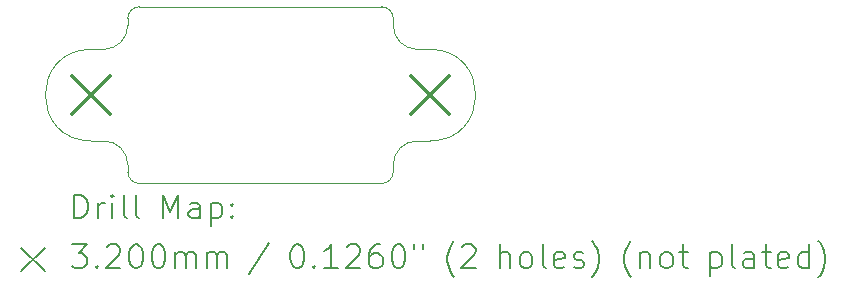
<source format=gbr>
%TF.GenerationSoftware,KiCad,Pcbnew,(7.0.0)*%
%TF.CreationDate,2023-03-10T21:17:03+00:00*%
%TF.ProjectId,12v_servo_driver,3132765f-7365-4727-966f-5f6472697665,A*%
%TF.SameCoordinates,Original*%
%TF.FileFunction,Drillmap*%
%TF.FilePolarity,Positive*%
%FSLAX45Y45*%
G04 Gerber Fmt 4.5, Leading zero omitted, Abs format (unit mm)*
G04 Created by KiCad (PCBNEW (7.0.0)) date 2023-03-10 21:17:03*
%MOMM*%
%LPD*%
G01*
G04 APERTURE LIST*
%ADD10C,0.050000*%
%ADD11C,0.200000*%
%ADD12C,0.320000*%
G04 APERTURE END LIST*
D10*
X14215110Y-10364470D02*
G75*
G03*
X14116050Y-10463530I0J-99060D01*
G01*
X14260830Y-10364470D02*
X14215110Y-10364470D01*
X16363950Y-10463530D02*
G75*
G03*
X16264890Y-10364470I-99060J0D01*
G01*
X16219170Y-11860530D02*
X16264890Y-11860530D01*
X16264890Y-11860530D02*
G75*
G03*
X16363950Y-11761470I0J99060D01*
G01*
X14116050Y-11761470D02*
G75*
G03*
X14215110Y-11860530I99060J0D01*
G01*
X14215110Y-11860530D02*
X16219170Y-11860530D01*
X16675100Y-11499850D02*
G75*
G03*
X16675100Y-10725150I0J387350D01*
G01*
X16363950Y-10521950D02*
G75*
G03*
X16567150Y-10725150I203200J0D01*
G01*
X13912850Y-10725150D02*
G75*
G03*
X14116050Y-10521950I0J203200D01*
G01*
X14116050Y-11703050D02*
G75*
G03*
X13912850Y-11499850I-203200J0D01*
G01*
X13912850Y-11499850D02*
X13804900Y-11499850D01*
X13912850Y-10725150D02*
X13804900Y-10725150D01*
X16675100Y-10725150D02*
X16567150Y-10725150D01*
X16567150Y-11499850D02*
X16675100Y-11499850D01*
X16363950Y-11761470D02*
X16363950Y-11703050D01*
X14116050Y-11761470D02*
X14116050Y-11703050D01*
X14116050Y-10521950D02*
X14116050Y-10463530D01*
X16264890Y-10364470D02*
X14260830Y-10364470D01*
X16363950Y-10463530D02*
X16363950Y-10521950D01*
X16567150Y-11499850D02*
G75*
G03*
X16363950Y-11703050I0J-203200D01*
G01*
X13804900Y-10725150D02*
G75*
G03*
X13804900Y-11499850I0J-387350D01*
G01*
D11*
D12*
X13644900Y-10952500D02*
X13964900Y-11272500D01*
X13964900Y-10952500D02*
X13644900Y-11272500D01*
X16515100Y-10952500D02*
X16835100Y-11272500D01*
X16835100Y-10952500D02*
X16515100Y-11272500D01*
D11*
X13662669Y-12156506D02*
X13662669Y-11956506D01*
X13662669Y-11956506D02*
X13710288Y-11956506D01*
X13710288Y-11956506D02*
X13738859Y-11966030D01*
X13738859Y-11966030D02*
X13757907Y-11985078D01*
X13757907Y-11985078D02*
X13767431Y-12004125D01*
X13767431Y-12004125D02*
X13776955Y-12042220D01*
X13776955Y-12042220D02*
X13776955Y-12070792D01*
X13776955Y-12070792D02*
X13767431Y-12108887D01*
X13767431Y-12108887D02*
X13757907Y-12127935D01*
X13757907Y-12127935D02*
X13738859Y-12146982D01*
X13738859Y-12146982D02*
X13710288Y-12156506D01*
X13710288Y-12156506D02*
X13662669Y-12156506D01*
X13862669Y-12156506D02*
X13862669Y-12023173D01*
X13862669Y-12061268D02*
X13872193Y-12042220D01*
X13872193Y-12042220D02*
X13881717Y-12032697D01*
X13881717Y-12032697D02*
X13900764Y-12023173D01*
X13900764Y-12023173D02*
X13919812Y-12023173D01*
X13986478Y-12156506D02*
X13986478Y-12023173D01*
X13986478Y-11956506D02*
X13976955Y-11966030D01*
X13976955Y-11966030D02*
X13986478Y-11975554D01*
X13986478Y-11975554D02*
X13996002Y-11966030D01*
X13996002Y-11966030D02*
X13986478Y-11956506D01*
X13986478Y-11956506D02*
X13986478Y-11975554D01*
X14110288Y-12156506D02*
X14091240Y-12146982D01*
X14091240Y-12146982D02*
X14081717Y-12127935D01*
X14081717Y-12127935D02*
X14081717Y-11956506D01*
X14215050Y-12156506D02*
X14196002Y-12146982D01*
X14196002Y-12146982D02*
X14186478Y-12127935D01*
X14186478Y-12127935D02*
X14186478Y-11956506D01*
X14411240Y-12156506D02*
X14411240Y-11956506D01*
X14411240Y-11956506D02*
X14477907Y-12099363D01*
X14477907Y-12099363D02*
X14544574Y-11956506D01*
X14544574Y-11956506D02*
X14544574Y-12156506D01*
X14725526Y-12156506D02*
X14725526Y-12051744D01*
X14725526Y-12051744D02*
X14716002Y-12032697D01*
X14716002Y-12032697D02*
X14696955Y-12023173D01*
X14696955Y-12023173D02*
X14658859Y-12023173D01*
X14658859Y-12023173D02*
X14639812Y-12032697D01*
X14725526Y-12146982D02*
X14706478Y-12156506D01*
X14706478Y-12156506D02*
X14658859Y-12156506D01*
X14658859Y-12156506D02*
X14639812Y-12146982D01*
X14639812Y-12146982D02*
X14630288Y-12127935D01*
X14630288Y-12127935D02*
X14630288Y-12108887D01*
X14630288Y-12108887D02*
X14639812Y-12089839D01*
X14639812Y-12089839D02*
X14658859Y-12080316D01*
X14658859Y-12080316D02*
X14706478Y-12080316D01*
X14706478Y-12080316D02*
X14725526Y-12070792D01*
X14820764Y-12023173D02*
X14820764Y-12223173D01*
X14820764Y-12032697D02*
X14839812Y-12023173D01*
X14839812Y-12023173D02*
X14877907Y-12023173D01*
X14877907Y-12023173D02*
X14896955Y-12032697D01*
X14896955Y-12032697D02*
X14906478Y-12042220D01*
X14906478Y-12042220D02*
X14916002Y-12061268D01*
X14916002Y-12061268D02*
X14916002Y-12118411D01*
X14916002Y-12118411D02*
X14906478Y-12137458D01*
X14906478Y-12137458D02*
X14896955Y-12146982D01*
X14896955Y-12146982D02*
X14877907Y-12156506D01*
X14877907Y-12156506D02*
X14839812Y-12156506D01*
X14839812Y-12156506D02*
X14820764Y-12146982D01*
X15001717Y-12137458D02*
X15011240Y-12146982D01*
X15011240Y-12146982D02*
X15001717Y-12156506D01*
X15001717Y-12156506D02*
X14992193Y-12146982D01*
X14992193Y-12146982D02*
X15001717Y-12137458D01*
X15001717Y-12137458D02*
X15001717Y-12156506D01*
X15001717Y-12032697D02*
X15011240Y-12042220D01*
X15011240Y-12042220D02*
X15001717Y-12051744D01*
X15001717Y-12051744D02*
X14992193Y-12042220D01*
X14992193Y-12042220D02*
X15001717Y-12032697D01*
X15001717Y-12032697D02*
X15001717Y-12051744D01*
X13215050Y-12403030D02*
X13415050Y-12603030D01*
X13415050Y-12403030D02*
X13215050Y-12603030D01*
X13643621Y-12376506D02*
X13767431Y-12376506D01*
X13767431Y-12376506D02*
X13700764Y-12452697D01*
X13700764Y-12452697D02*
X13729336Y-12452697D01*
X13729336Y-12452697D02*
X13748383Y-12462220D01*
X13748383Y-12462220D02*
X13757907Y-12471744D01*
X13757907Y-12471744D02*
X13767431Y-12490792D01*
X13767431Y-12490792D02*
X13767431Y-12538411D01*
X13767431Y-12538411D02*
X13757907Y-12557458D01*
X13757907Y-12557458D02*
X13748383Y-12566982D01*
X13748383Y-12566982D02*
X13729336Y-12576506D01*
X13729336Y-12576506D02*
X13672193Y-12576506D01*
X13672193Y-12576506D02*
X13653145Y-12566982D01*
X13653145Y-12566982D02*
X13643621Y-12557458D01*
X13853145Y-12557458D02*
X13862669Y-12566982D01*
X13862669Y-12566982D02*
X13853145Y-12576506D01*
X13853145Y-12576506D02*
X13843621Y-12566982D01*
X13843621Y-12566982D02*
X13853145Y-12557458D01*
X13853145Y-12557458D02*
X13853145Y-12576506D01*
X13938859Y-12395554D02*
X13948383Y-12386030D01*
X13948383Y-12386030D02*
X13967431Y-12376506D01*
X13967431Y-12376506D02*
X14015050Y-12376506D01*
X14015050Y-12376506D02*
X14034098Y-12386030D01*
X14034098Y-12386030D02*
X14043621Y-12395554D01*
X14043621Y-12395554D02*
X14053145Y-12414601D01*
X14053145Y-12414601D02*
X14053145Y-12433649D01*
X14053145Y-12433649D02*
X14043621Y-12462220D01*
X14043621Y-12462220D02*
X13929336Y-12576506D01*
X13929336Y-12576506D02*
X14053145Y-12576506D01*
X14176955Y-12376506D02*
X14196002Y-12376506D01*
X14196002Y-12376506D02*
X14215050Y-12386030D01*
X14215050Y-12386030D02*
X14224574Y-12395554D01*
X14224574Y-12395554D02*
X14234098Y-12414601D01*
X14234098Y-12414601D02*
X14243621Y-12452697D01*
X14243621Y-12452697D02*
X14243621Y-12500316D01*
X14243621Y-12500316D02*
X14234098Y-12538411D01*
X14234098Y-12538411D02*
X14224574Y-12557458D01*
X14224574Y-12557458D02*
X14215050Y-12566982D01*
X14215050Y-12566982D02*
X14196002Y-12576506D01*
X14196002Y-12576506D02*
X14176955Y-12576506D01*
X14176955Y-12576506D02*
X14157907Y-12566982D01*
X14157907Y-12566982D02*
X14148383Y-12557458D01*
X14148383Y-12557458D02*
X14138859Y-12538411D01*
X14138859Y-12538411D02*
X14129336Y-12500316D01*
X14129336Y-12500316D02*
X14129336Y-12452697D01*
X14129336Y-12452697D02*
X14138859Y-12414601D01*
X14138859Y-12414601D02*
X14148383Y-12395554D01*
X14148383Y-12395554D02*
X14157907Y-12386030D01*
X14157907Y-12386030D02*
X14176955Y-12376506D01*
X14367431Y-12376506D02*
X14386479Y-12376506D01*
X14386479Y-12376506D02*
X14405526Y-12386030D01*
X14405526Y-12386030D02*
X14415050Y-12395554D01*
X14415050Y-12395554D02*
X14424574Y-12414601D01*
X14424574Y-12414601D02*
X14434098Y-12452697D01*
X14434098Y-12452697D02*
X14434098Y-12500316D01*
X14434098Y-12500316D02*
X14424574Y-12538411D01*
X14424574Y-12538411D02*
X14415050Y-12557458D01*
X14415050Y-12557458D02*
X14405526Y-12566982D01*
X14405526Y-12566982D02*
X14386479Y-12576506D01*
X14386479Y-12576506D02*
X14367431Y-12576506D01*
X14367431Y-12576506D02*
X14348383Y-12566982D01*
X14348383Y-12566982D02*
X14338859Y-12557458D01*
X14338859Y-12557458D02*
X14329336Y-12538411D01*
X14329336Y-12538411D02*
X14319812Y-12500316D01*
X14319812Y-12500316D02*
X14319812Y-12452697D01*
X14319812Y-12452697D02*
X14329336Y-12414601D01*
X14329336Y-12414601D02*
X14338859Y-12395554D01*
X14338859Y-12395554D02*
X14348383Y-12386030D01*
X14348383Y-12386030D02*
X14367431Y-12376506D01*
X14519812Y-12576506D02*
X14519812Y-12443173D01*
X14519812Y-12462220D02*
X14529336Y-12452697D01*
X14529336Y-12452697D02*
X14548383Y-12443173D01*
X14548383Y-12443173D02*
X14576955Y-12443173D01*
X14576955Y-12443173D02*
X14596002Y-12452697D01*
X14596002Y-12452697D02*
X14605526Y-12471744D01*
X14605526Y-12471744D02*
X14605526Y-12576506D01*
X14605526Y-12471744D02*
X14615050Y-12452697D01*
X14615050Y-12452697D02*
X14634098Y-12443173D01*
X14634098Y-12443173D02*
X14662669Y-12443173D01*
X14662669Y-12443173D02*
X14681717Y-12452697D01*
X14681717Y-12452697D02*
X14691240Y-12471744D01*
X14691240Y-12471744D02*
X14691240Y-12576506D01*
X14786479Y-12576506D02*
X14786479Y-12443173D01*
X14786479Y-12462220D02*
X14796002Y-12452697D01*
X14796002Y-12452697D02*
X14815050Y-12443173D01*
X14815050Y-12443173D02*
X14843621Y-12443173D01*
X14843621Y-12443173D02*
X14862669Y-12452697D01*
X14862669Y-12452697D02*
X14872193Y-12471744D01*
X14872193Y-12471744D02*
X14872193Y-12576506D01*
X14872193Y-12471744D02*
X14881717Y-12452697D01*
X14881717Y-12452697D02*
X14900764Y-12443173D01*
X14900764Y-12443173D02*
X14929336Y-12443173D01*
X14929336Y-12443173D02*
X14948383Y-12452697D01*
X14948383Y-12452697D02*
X14957907Y-12471744D01*
X14957907Y-12471744D02*
X14957907Y-12576506D01*
X15316002Y-12366982D02*
X15144574Y-12624125D01*
X15540764Y-12376506D02*
X15559812Y-12376506D01*
X15559812Y-12376506D02*
X15578860Y-12386030D01*
X15578860Y-12386030D02*
X15588383Y-12395554D01*
X15588383Y-12395554D02*
X15597907Y-12414601D01*
X15597907Y-12414601D02*
X15607431Y-12452697D01*
X15607431Y-12452697D02*
X15607431Y-12500316D01*
X15607431Y-12500316D02*
X15597907Y-12538411D01*
X15597907Y-12538411D02*
X15588383Y-12557458D01*
X15588383Y-12557458D02*
X15578860Y-12566982D01*
X15578860Y-12566982D02*
X15559812Y-12576506D01*
X15559812Y-12576506D02*
X15540764Y-12576506D01*
X15540764Y-12576506D02*
X15521717Y-12566982D01*
X15521717Y-12566982D02*
X15512193Y-12557458D01*
X15512193Y-12557458D02*
X15502669Y-12538411D01*
X15502669Y-12538411D02*
X15493145Y-12500316D01*
X15493145Y-12500316D02*
X15493145Y-12452697D01*
X15493145Y-12452697D02*
X15502669Y-12414601D01*
X15502669Y-12414601D02*
X15512193Y-12395554D01*
X15512193Y-12395554D02*
X15521717Y-12386030D01*
X15521717Y-12386030D02*
X15540764Y-12376506D01*
X15693145Y-12557458D02*
X15702669Y-12566982D01*
X15702669Y-12566982D02*
X15693145Y-12576506D01*
X15693145Y-12576506D02*
X15683621Y-12566982D01*
X15683621Y-12566982D02*
X15693145Y-12557458D01*
X15693145Y-12557458D02*
X15693145Y-12576506D01*
X15893145Y-12576506D02*
X15778860Y-12576506D01*
X15836002Y-12576506D02*
X15836002Y-12376506D01*
X15836002Y-12376506D02*
X15816955Y-12405078D01*
X15816955Y-12405078D02*
X15797907Y-12424125D01*
X15797907Y-12424125D02*
X15778860Y-12433649D01*
X15969336Y-12395554D02*
X15978860Y-12386030D01*
X15978860Y-12386030D02*
X15997907Y-12376506D01*
X15997907Y-12376506D02*
X16045526Y-12376506D01*
X16045526Y-12376506D02*
X16064574Y-12386030D01*
X16064574Y-12386030D02*
X16074098Y-12395554D01*
X16074098Y-12395554D02*
X16083621Y-12414601D01*
X16083621Y-12414601D02*
X16083621Y-12433649D01*
X16083621Y-12433649D02*
X16074098Y-12462220D01*
X16074098Y-12462220D02*
X15959812Y-12576506D01*
X15959812Y-12576506D02*
X16083621Y-12576506D01*
X16255050Y-12376506D02*
X16216955Y-12376506D01*
X16216955Y-12376506D02*
X16197907Y-12386030D01*
X16197907Y-12386030D02*
X16188383Y-12395554D01*
X16188383Y-12395554D02*
X16169336Y-12424125D01*
X16169336Y-12424125D02*
X16159812Y-12462220D01*
X16159812Y-12462220D02*
X16159812Y-12538411D01*
X16159812Y-12538411D02*
X16169336Y-12557458D01*
X16169336Y-12557458D02*
X16178860Y-12566982D01*
X16178860Y-12566982D02*
X16197907Y-12576506D01*
X16197907Y-12576506D02*
X16236002Y-12576506D01*
X16236002Y-12576506D02*
X16255050Y-12566982D01*
X16255050Y-12566982D02*
X16264574Y-12557458D01*
X16264574Y-12557458D02*
X16274098Y-12538411D01*
X16274098Y-12538411D02*
X16274098Y-12490792D01*
X16274098Y-12490792D02*
X16264574Y-12471744D01*
X16264574Y-12471744D02*
X16255050Y-12462220D01*
X16255050Y-12462220D02*
X16236002Y-12452697D01*
X16236002Y-12452697D02*
X16197907Y-12452697D01*
X16197907Y-12452697D02*
X16178860Y-12462220D01*
X16178860Y-12462220D02*
X16169336Y-12471744D01*
X16169336Y-12471744D02*
X16159812Y-12490792D01*
X16397907Y-12376506D02*
X16416955Y-12376506D01*
X16416955Y-12376506D02*
X16436002Y-12386030D01*
X16436002Y-12386030D02*
X16445526Y-12395554D01*
X16445526Y-12395554D02*
X16455050Y-12414601D01*
X16455050Y-12414601D02*
X16464574Y-12452697D01*
X16464574Y-12452697D02*
X16464574Y-12500316D01*
X16464574Y-12500316D02*
X16455050Y-12538411D01*
X16455050Y-12538411D02*
X16445526Y-12557458D01*
X16445526Y-12557458D02*
X16436002Y-12566982D01*
X16436002Y-12566982D02*
X16416955Y-12576506D01*
X16416955Y-12576506D02*
X16397907Y-12576506D01*
X16397907Y-12576506D02*
X16378860Y-12566982D01*
X16378860Y-12566982D02*
X16369336Y-12557458D01*
X16369336Y-12557458D02*
X16359812Y-12538411D01*
X16359812Y-12538411D02*
X16350288Y-12500316D01*
X16350288Y-12500316D02*
X16350288Y-12452697D01*
X16350288Y-12452697D02*
X16359812Y-12414601D01*
X16359812Y-12414601D02*
X16369336Y-12395554D01*
X16369336Y-12395554D02*
X16378860Y-12386030D01*
X16378860Y-12386030D02*
X16397907Y-12376506D01*
X16540764Y-12376506D02*
X16540764Y-12414601D01*
X16616955Y-12376506D02*
X16616955Y-12414601D01*
X16879812Y-12652697D02*
X16870288Y-12643173D01*
X16870288Y-12643173D02*
X16851241Y-12614601D01*
X16851241Y-12614601D02*
X16841717Y-12595554D01*
X16841717Y-12595554D02*
X16832193Y-12566982D01*
X16832193Y-12566982D02*
X16822669Y-12519363D01*
X16822669Y-12519363D02*
X16822669Y-12481268D01*
X16822669Y-12481268D02*
X16832193Y-12433649D01*
X16832193Y-12433649D02*
X16841717Y-12405078D01*
X16841717Y-12405078D02*
X16851241Y-12386030D01*
X16851241Y-12386030D02*
X16870288Y-12357458D01*
X16870288Y-12357458D02*
X16879812Y-12347935D01*
X16946479Y-12395554D02*
X16956003Y-12386030D01*
X16956003Y-12386030D02*
X16975050Y-12376506D01*
X16975050Y-12376506D02*
X17022669Y-12376506D01*
X17022669Y-12376506D02*
X17041717Y-12386030D01*
X17041717Y-12386030D02*
X17051241Y-12395554D01*
X17051241Y-12395554D02*
X17060764Y-12414601D01*
X17060764Y-12414601D02*
X17060764Y-12433649D01*
X17060764Y-12433649D02*
X17051241Y-12462220D01*
X17051241Y-12462220D02*
X16936955Y-12576506D01*
X16936955Y-12576506D02*
X17060764Y-12576506D01*
X17266479Y-12576506D02*
X17266479Y-12376506D01*
X17352193Y-12576506D02*
X17352193Y-12471744D01*
X17352193Y-12471744D02*
X17342669Y-12452697D01*
X17342669Y-12452697D02*
X17323622Y-12443173D01*
X17323622Y-12443173D02*
X17295050Y-12443173D01*
X17295050Y-12443173D02*
X17276003Y-12452697D01*
X17276003Y-12452697D02*
X17266479Y-12462220D01*
X17476003Y-12576506D02*
X17456955Y-12566982D01*
X17456955Y-12566982D02*
X17447431Y-12557458D01*
X17447431Y-12557458D02*
X17437907Y-12538411D01*
X17437907Y-12538411D02*
X17437907Y-12481268D01*
X17437907Y-12481268D02*
X17447431Y-12462220D01*
X17447431Y-12462220D02*
X17456955Y-12452697D01*
X17456955Y-12452697D02*
X17476003Y-12443173D01*
X17476003Y-12443173D02*
X17504574Y-12443173D01*
X17504574Y-12443173D02*
X17523622Y-12452697D01*
X17523622Y-12452697D02*
X17533145Y-12462220D01*
X17533145Y-12462220D02*
X17542669Y-12481268D01*
X17542669Y-12481268D02*
X17542669Y-12538411D01*
X17542669Y-12538411D02*
X17533145Y-12557458D01*
X17533145Y-12557458D02*
X17523622Y-12566982D01*
X17523622Y-12566982D02*
X17504574Y-12576506D01*
X17504574Y-12576506D02*
X17476003Y-12576506D01*
X17656955Y-12576506D02*
X17637907Y-12566982D01*
X17637907Y-12566982D02*
X17628384Y-12547935D01*
X17628384Y-12547935D02*
X17628384Y-12376506D01*
X17809336Y-12566982D02*
X17790288Y-12576506D01*
X17790288Y-12576506D02*
X17752193Y-12576506D01*
X17752193Y-12576506D02*
X17733145Y-12566982D01*
X17733145Y-12566982D02*
X17723622Y-12547935D01*
X17723622Y-12547935D02*
X17723622Y-12471744D01*
X17723622Y-12471744D02*
X17733145Y-12452697D01*
X17733145Y-12452697D02*
X17752193Y-12443173D01*
X17752193Y-12443173D02*
X17790288Y-12443173D01*
X17790288Y-12443173D02*
X17809336Y-12452697D01*
X17809336Y-12452697D02*
X17818860Y-12471744D01*
X17818860Y-12471744D02*
X17818860Y-12490792D01*
X17818860Y-12490792D02*
X17723622Y-12509839D01*
X17895050Y-12566982D02*
X17914098Y-12576506D01*
X17914098Y-12576506D02*
X17952193Y-12576506D01*
X17952193Y-12576506D02*
X17971241Y-12566982D01*
X17971241Y-12566982D02*
X17980765Y-12547935D01*
X17980765Y-12547935D02*
X17980765Y-12538411D01*
X17980765Y-12538411D02*
X17971241Y-12519363D01*
X17971241Y-12519363D02*
X17952193Y-12509839D01*
X17952193Y-12509839D02*
X17923622Y-12509839D01*
X17923622Y-12509839D02*
X17904574Y-12500316D01*
X17904574Y-12500316D02*
X17895050Y-12481268D01*
X17895050Y-12481268D02*
X17895050Y-12471744D01*
X17895050Y-12471744D02*
X17904574Y-12452697D01*
X17904574Y-12452697D02*
X17923622Y-12443173D01*
X17923622Y-12443173D02*
X17952193Y-12443173D01*
X17952193Y-12443173D02*
X17971241Y-12452697D01*
X18047431Y-12652697D02*
X18056955Y-12643173D01*
X18056955Y-12643173D02*
X18076003Y-12614601D01*
X18076003Y-12614601D02*
X18085526Y-12595554D01*
X18085526Y-12595554D02*
X18095050Y-12566982D01*
X18095050Y-12566982D02*
X18104574Y-12519363D01*
X18104574Y-12519363D02*
X18104574Y-12481268D01*
X18104574Y-12481268D02*
X18095050Y-12433649D01*
X18095050Y-12433649D02*
X18085526Y-12405078D01*
X18085526Y-12405078D02*
X18076003Y-12386030D01*
X18076003Y-12386030D02*
X18056955Y-12357458D01*
X18056955Y-12357458D02*
X18047431Y-12347935D01*
X18376955Y-12652697D02*
X18367431Y-12643173D01*
X18367431Y-12643173D02*
X18348384Y-12614601D01*
X18348384Y-12614601D02*
X18338860Y-12595554D01*
X18338860Y-12595554D02*
X18329336Y-12566982D01*
X18329336Y-12566982D02*
X18319812Y-12519363D01*
X18319812Y-12519363D02*
X18319812Y-12481268D01*
X18319812Y-12481268D02*
X18329336Y-12433649D01*
X18329336Y-12433649D02*
X18338860Y-12405078D01*
X18338860Y-12405078D02*
X18348384Y-12386030D01*
X18348384Y-12386030D02*
X18367431Y-12357458D01*
X18367431Y-12357458D02*
X18376955Y-12347935D01*
X18453145Y-12443173D02*
X18453145Y-12576506D01*
X18453145Y-12462220D02*
X18462669Y-12452697D01*
X18462669Y-12452697D02*
X18481717Y-12443173D01*
X18481717Y-12443173D02*
X18510288Y-12443173D01*
X18510288Y-12443173D02*
X18529336Y-12452697D01*
X18529336Y-12452697D02*
X18538860Y-12471744D01*
X18538860Y-12471744D02*
X18538860Y-12576506D01*
X18662669Y-12576506D02*
X18643622Y-12566982D01*
X18643622Y-12566982D02*
X18634098Y-12557458D01*
X18634098Y-12557458D02*
X18624574Y-12538411D01*
X18624574Y-12538411D02*
X18624574Y-12481268D01*
X18624574Y-12481268D02*
X18634098Y-12462220D01*
X18634098Y-12462220D02*
X18643622Y-12452697D01*
X18643622Y-12452697D02*
X18662669Y-12443173D01*
X18662669Y-12443173D02*
X18691241Y-12443173D01*
X18691241Y-12443173D02*
X18710288Y-12452697D01*
X18710288Y-12452697D02*
X18719812Y-12462220D01*
X18719812Y-12462220D02*
X18729336Y-12481268D01*
X18729336Y-12481268D02*
X18729336Y-12538411D01*
X18729336Y-12538411D02*
X18719812Y-12557458D01*
X18719812Y-12557458D02*
X18710288Y-12566982D01*
X18710288Y-12566982D02*
X18691241Y-12576506D01*
X18691241Y-12576506D02*
X18662669Y-12576506D01*
X18786479Y-12443173D02*
X18862669Y-12443173D01*
X18815050Y-12376506D02*
X18815050Y-12547935D01*
X18815050Y-12547935D02*
X18824574Y-12566982D01*
X18824574Y-12566982D02*
X18843622Y-12576506D01*
X18843622Y-12576506D02*
X18862669Y-12576506D01*
X19049336Y-12443173D02*
X19049336Y-12643173D01*
X19049336Y-12452697D02*
X19068384Y-12443173D01*
X19068384Y-12443173D02*
X19106479Y-12443173D01*
X19106479Y-12443173D02*
X19125526Y-12452697D01*
X19125526Y-12452697D02*
X19135050Y-12462220D01*
X19135050Y-12462220D02*
X19144574Y-12481268D01*
X19144574Y-12481268D02*
X19144574Y-12538411D01*
X19144574Y-12538411D02*
X19135050Y-12557458D01*
X19135050Y-12557458D02*
X19125526Y-12566982D01*
X19125526Y-12566982D02*
X19106479Y-12576506D01*
X19106479Y-12576506D02*
X19068384Y-12576506D01*
X19068384Y-12576506D02*
X19049336Y-12566982D01*
X19258860Y-12576506D02*
X19239812Y-12566982D01*
X19239812Y-12566982D02*
X19230288Y-12547935D01*
X19230288Y-12547935D02*
X19230288Y-12376506D01*
X19420765Y-12576506D02*
X19420765Y-12471744D01*
X19420765Y-12471744D02*
X19411241Y-12452697D01*
X19411241Y-12452697D02*
X19392193Y-12443173D01*
X19392193Y-12443173D02*
X19354098Y-12443173D01*
X19354098Y-12443173D02*
X19335050Y-12452697D01*
X19420765Y-12566982D02*
X19401717Y-12576506D01*
X19401717Y-12576506D02*
X19354098Y-12576506D01*
X19354098Y-12576506D02*
X19335050Y-12566982D01*
X19335050Y-12566982D02*
X19325526Y-12547935D01*
X19325526Y-12547935D02*
X19325526Y-12528887D01*
X19325526Y-12528887D02*
X19335050Y-12509839D01*
X19335050Y-12509839D02*
X19354098Y-12500316D01*
X19354098Y-12500316D02*
X19401717Y-12500316D01*
X19401717Y-12500316D02*
X19420765Y-12490792D01*
X19487431Y-12443173D02*
X19563622Y-12443173D01*
X19516003Y-12376506D02*
X19516003Y-12547935D01*
X19516003Y-12547935D02*
X19525526Y-12566982D01*
X19525526Y-12566982D02*
X19544574Y-12576506D01*
X19544574Y-12576506D02*
X19563622Y-12576506D01*
X19706479Y-12566982D02*
X19687431Y-12576506D01*
X19687431Y-12576506D02*
X19649336Y-12576506D01*
X19649336Y-12576506D02*
X19630288Y-12566982D01*
X19630288Y-12566982D02*
X19620765Y-12547935D01*
X19620765Y-12547935D02*
X19620765Y-12471744D01*
X19620765Y-12471744D02*
X19630288Y-12452697D01*
X19630288Y-12452697D02*
X19649336Y-12443173D01*
X19649336Y-12443173D02*
X19687431Y-12443173D01*
X19687431Y-12443173D02*
X19706479Y-12452697D01*
X19706479Y-12452697D02*
X19716003Y-12471744D01*
X19716003Y-12471744D02*
X19716003Y-12490792D01*
X19716003Y-12490792D02*
X19620765Y-12509839D01*
X19887431Y-12576506D02*
X19887431Y-12376506D01*
X19887431Y-12566982D02*
X19868384Y-12576506D01*
X19868384Y-12576506D02*
X19830288Y-12576506D01*
X19830288Y-12576506D02*
X19811241Y-12566982D01*
X19811241Y-12566982D02*
X19801717Y-12557458D01*
X19801717Y-12557458D02*
X19792193Y-12538411D01*
X19792193Y-12538411D02*
X19792193Y-12481268D01*
X19792193Y-12481268D02*
X19801717Y-12462220D01*
X19801717Y-12462220D02*
X19811241Y-12452697D01*
X19811241Y-12452697D02*
X19830288Y-12443173D01*
X19830288Y-12443173D02*
X19868384Y-12443173D01*
X19868384Y-12443173D02*
X19887431Y-12452697D01*
X19963622Y-12652697D02*
X19973146Y-12643173D01*
X19973146Y-12643173D02*
X19992193Y-12614601D01*
X19992193Y-12614601D02*
X20001717Y-12595554D01*
X20001717Y-12595554D02*
X20011241Y-12566982D01*
X20011241Y-12566982D02*
X20020765Y-12519363D01*
X20020765Y-12519363D02*
X20020765Y-12481268D01*
X20020765Y-12481268D02*
X20011241Y-12433649D01*
X20011241Y-12433649D02*
X20001717Y-12405078D01*
X20001717Y-12405078D02*
X19992193Y-12386030D01*
X19992193Y-12386030D02*
X19973146Y-12357458D01*
X19973146Y-12357458D02*
X19963622Y-12347935D01*
M02*

</source>
